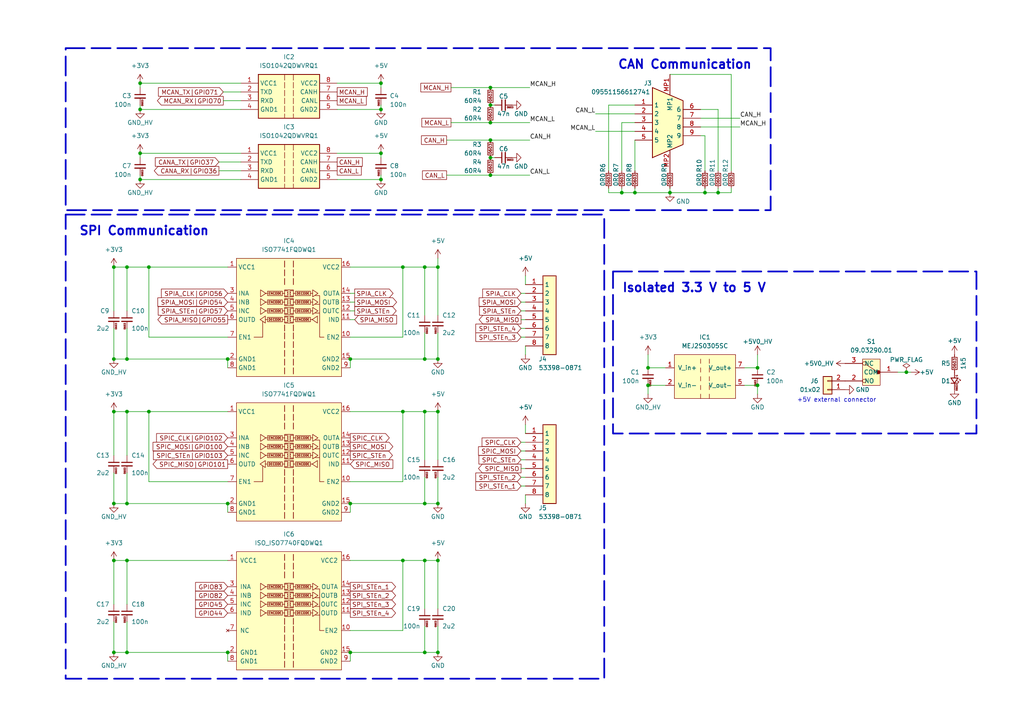
<source format=kicad_sch>
(kicad_sch (version 20230121) (generator eeschema)
  (paper "A4")
  (title_block (title "LCB-CBB-01: Bus_Borad") (date "2024-05-06") (rev "1.0.0") (company "PADERBORN UNIVERSITY DEPARTMENT OF POWER ELECTRONICS AND ELECTRICAL DRIVES"))
  (junction (at 36.83 77.47))
  (junction (at 194.31 55.88))
  (junction (at 123.19 77.47))
  (junction (at 33.02 189.23))
  (junction (at 110.49 31.75))
  (junction (at 33.02 146.05))
  (junction (at 123.19 119.38))
  (junction (at 142.24 30.48))
  (junction (at 110.49 44.45))
  (junction (at 40.64 44.45))
  (junction (at 219.71 111.76))
  (junction (at 127 77.47))
  (junction (at 43.18 119.38))
  (junction (at 127 162.56))
  (junction (at 142.24 25.4))
  (junction (at 127 104.14))
  (junction (at 101.6 104.14))
  (junction (at 262.89 107.95))
  (junction (at 204.47 55.88))
  (junction (at 66.04 189.23))
  (junction (at 127 119.38))
  (junction (at 66.04 146.05))
  (junction (at 123.19 104.14))
  (junction (at 33.02 104.14))
  (junction (at 116.84 77.47))
  (junction (at 142.24 40.64))
  (junction (at 110.49 52.07))
  (junction (at 36.83 146.05))
  (junction (at 127 146.05))
  (junction (at 40.64 52.07))
  (junction (at 40.64 24.13))
  (junction (at 180.34 55.88))
  (junction (at 142.24 45.72))
  (junction (at 116.84 162.56))
  (junction (at 36.83 119.38))
  (junction (at 36.83 189.23))
  (junction (at 43.18 77.47))
  (junction (at 123.19 189.23))
  (junction (at 187.96 111.76))
  (junction (at 40.64 31.75))
  (junction (at 123.19 162.56))
  (junction (at 208.28 55.88))
  (junction (at 101.6 146.05))
  (junction (at 127 189.23))
  (junction (at 142.24 50.8))
  (junction (at 184.15 55.88))
  (junction (at 123.19 146.05))
  (junction (at 219.71 106.68))
  (junction (at 116.84 119.38))
  (junction (at 33.02 162.56))
  (junction (at 36.83 162.56))
  (junction (at 66.04 104.14))
  (junction (at 33.02 77.47))
  (junction (at 142.24 35.56))
  (junction (at 187.96 106.68))
  (junction (at 33.02 119.38))
  (junction (at 36.83 104.14))
  (junction (at 110.49 24.13))
  (junction (at 101.6 189.23))
  (wire (pts (xy 127 176.53) (xy 127 162.56)))
  (wire (pts (xy 101.6 146.05) (xy 101.6 148.59)))
  (wire (pts (xy 116.84 77.47) (xy 116.84 97.79)))
  (wire (pts (xy 110.49 44.45) (xy 110.49 45.72)))
  (wire (pts (xy 130.81 35.56) (xy 142.24 35.56)))
  (wire (pts (xy 36.83 104.14) (xy 66.04 104.14)))
  (wire (pts (xy 36.83 146.05) (xy 66.04 146.05)))
  (wire (pts (xy 123.19 96.52) (xy 123.19 104.14)))
  (wire (pts (xy 40.64 44.45) (xy 69.85 44.45)))
  (wire (pts (xy 180.34 55.88) (xy 176.53 55.88)))
  (wire (pts (xy 142.24 35.56) (xy 153.67 35.56)))
  (wire (pts (xy 184.15 54.61) (xy 184.15 55.88)))
  (wire (pts (xy 187.96 111.76) (xy 193.04 111.76)))
  (wire (pts (xy 184.15 55.88) (xy 194.31 55.88)))
  (wire (pts (xy 97.79 24.13) (xy 110.49 24.13)))
  (wire (pts (xy 180.34 54.61) (xy 180.34 55.88)))
  (wire (pts (xy 151.13 138.43) (xy 152.4 138.43)))
  (wire (pts (xy 208.28 31.75) (xy 208.28 49.53)))
  (wire (pts (xy 116.84 162.56) (xy 123.19 162.56)))
  (wire (pts (xy 36.83 162.56) (xy 66.04 162.56)))
  (wire (pts (xy 184.15 40.64) (xy 184.15 49.53)))
  (wire (pts (xy 262.89 107.95) (xy 260.35 107.95)))
  (wire (pts (xy 43.18 77.47) (xy 66.04 77.47)))
  (wire (pts (xy 176.53 54.61) (xy 176.53 55.88)))
  (wire (pts (xy 101.6 139.7) (xy 116.84 139.7)))
  (wire (pts (xy 264.16 107.95) (xy 262.89 107.95)))
  (wire (pts (xy 33.02 77.47) (xy 36.83 77.47)))
  (wire (pts (xy 123.19 119.38) (xy 123.19 133.35)))
  (wire (pts (xy 123.19 138.43) (xy 123.19 146.05)))
  (wire (pts (xy 101.6 106.68) (xy 101.6 104.14)))
  (wire (pts (xy 102.87 85.09) (xy 101.6 85.09)))
  (wire (pts (xy 172.72 33.02) (xy 184.15 33.02)))
  (wire (pts (xy 40.64 31.75) (xy 69.85 31.75)))
  (wire (pts (xy 63.5 46.99) (xy 69.85 46.99)))
  (wire (pts (xy 219.71 102.87) (xy 219.71 106.68)))
  (wire (pts (xy 142.24 50.8) (xy 153.67 50.8)))
  (wire (pts (xy 63.5 49.53) (xy 69.85 49.53)))
  (wire (pts (xy 36.83 77.47) (xy 43.18 77.47)))
  (wire (pts (xy 127 74.93) (xy 127 77.47)))
  (wire (pts (xy 212.09 21.59) (xy 212.09 49.53)))
  (wire (pts (xy 203.2 34.29) (xy 214.63 34.29)))
  (wire (pts (xy 123.19 104.14) (xy 127 104.14)))
  (wire (pts (xy 33.02 119.38) (xy 36.83 119.38)))
  (wire (pts (xy 187.96 114.3) (xy 187.96 111.76)))
  (wire (pts (xy 123.19 146.05) (xy 127 146.05)))
  (wire (pts (xy 152.4 146.05) (xy 152.4 143.51)))
  (wire (pts (xy 33.02 146.05) (xy 33.02 137.16)))
  (wire (pts (xy 66.04 139.7) (xy 43.18 139.7)))
  (wire (pts (xy 142.24 25.4) (xy 153.67 25.4)))
  (wire (pts (xy 172.72 38.1) (xy 184.15 38.1)))
  (wire (pts (xy 212.09 55.88) (xy 208.28 55.88)))
  (wire (pts (xy 180.34 35.56) (xy 180.34 49.53)))
  (wire (pts (xy 101.6 97.79) (xy 116.84 97.79)))
  (wire (pts (xy 130.81 25.4) (xy 142.24 25.4)))
  (wire (pts (xy 40.64 24.13) (xy 69.85 24.13)))
  (wire (pts (xy 66.04 189.23) (xy 66.04 191.77)))
  (wire (pts (xy 151.13 135.89) (xy 152.4 135.89)))
  (wire (pts (xy 212.09 54.61) (xy 212.09 55.88)))
  (wire (pts (xy 110.49 50.8) (xy 110.49 52.07)))
  (wire (pts (xy 203.2 36.83) (xy 214.63 36.83)))
  (wire (pts (xy 110.49 31.75) (xy 97.79 31.75)))
  (wire (pts (xy 36.83 119.38) (xy 43.18 119.38)))
  (wire (pts (xy 194.31 21.59) (xy 212.09 21.59)))
  (wire (pts (xy 123.19 162.56) (xy 127 162.56)))
  (wire (pts (xy 142.24 40.64) (xy 153.67 40.64)))
  (wire (pts (xy 40.64 45.72) (xy 40.64 44.45)))
  (wire (pts (xy 129.54 40.64) (xy 142.24 40.64)))
  (wire (pts (xy 33.02 146.05) (xy 36.83 146.05)))
  (wire (pts (xy 43.18 119.38) (xy 43.18 139.7)))
  (wire (pts (xy 116.84 77.47) (xy 123.19 77.47)))
  (wire (pts (xy 142.24 45.72) (xy 143.51 45.72)))
  (wire (pts (xy 36.83 175.26) (xy 36.83 162.56)))
  (wire (pts (xy 127 133.35) (xy 127 119.38)))
  (wire (pts (xy 152.4 123.19) (xy 152.4 125.73)))
  (wire (pts (xy 152.4 102.87) (xy 152.4 100.33)))
  (wire (pts (xy 33.02 132.08) (xy 33.02 119.38)))
  (wire (pts (xy 101.6 146.05) (xy 123.19 146.05)))
  (wire (pts (xy 40.64 52.07) (xy 69.85 52.07)))
  (wire (pts (xy 151.13 90.17) (xy 152.4 90.17)))
  (wire (pts (xy 36.83 180.34) (xy 36.83 189.23)))
  (wire (pts (xy 123.19 189.23) (xy 127 189.23)))
  (wire (pts (xy 194.31 54.61) (xy 194.31 55.88)))
  (wire (pts (xy 123.19 162.56) (xy 123.19 176.53)))
  (wire (pts (xy 110.49 52.07) (xy 97.79 52.07)))
  (wire (pts (xy 43.18 119.38) (xy 66.04 119.38)))
  (wire (pts (xy 101.6 189.23) (xy 101.6 191.77)))
  (wire (pts (xy 116.84 162.56) (xy 116.84 182.88)))
  (wire (pts (xy 204.47 39.37) (xy 203.2 39.37)))
  (wire (pts (xy 123.19 77.47) (xy 127 77.47)))
  (wire (pts (xy 123.19 77.47) (xy 123.19 91.44)))
  (wire (pts (xy 66.04 146.05) (xy 66.04 148.59)))
  (wire (pts (xy 66.04 97.79) (xy 43.18 97.79)))
  (wire (pts (xy 187.96 106.68) (xy 193.04 106.68)))
  (wire (pts (xy 127 189.23) (xy 127 181.61)))
  (wire (pts (xy 127 146.05) (xy 127 138.43)))
  (wire (pts (xy 219.71 111.76) (xy 219.71 114.3)))
  (wire (pts (xy 151.13 97.79) (xy 152.4 97.79)))
  (wire (pts (xy 176.53 49.53) (xy 176.53 30.48)))
  (wire (pts (xy 40.64 25.4) (xy 40.64 24.13)))
  (wire (pts (xy 40.64 30.48) (xy 40.64 31.75)))
  (wire (pts (xy 194.31 55.88) (xy 204.47 55.88)))
  (wire (pts (xy 101.6 182.88) (xy 116.84 182.88)))
  (wire (pts (xy 33.02 104.14) (xy 36.83 104.14)))
  (wire (pts (xy 33.02 175.26) (xy 33.02 162.56)))
  (wire (pts (xy 151.13 92.71) (xy 152.4 92.71)))
  (wire (pts (xy 142.24 30.48) (xy 143.51 30.48)))
  (wire (pts (xy 102.87 92.71) (xy 101.6 92.71)))
  (wire (pts (xy 176.53 30.48) (xy 184.15 30.48)))
  (wire (pts (xy 151.13 87.63) (xy 152.4 87.63)))
  (wire (pts (xy 123.19 119.38) (xy 127 119.38)))
  (wire (pts (xy 36.83 95.25) (xy 36.83 104.14)))
  (wire (pts (xy 33.02 189.23) (xy 36.83 189.23)))
  (wire (pts (xy 127 104.14) (xy 127 96.52)))
  (wire (pts (xy 36.83 132.08) (xy 36.83 119.38)))
  (wire (pts (xy 116.84 119.38) (xy 123.19 119.38)))
  (wire (pts (xy 219.71 106.68) (xy 215.9 106.68)))
  (wire (pts (xy 127 91.44) (xy 127 77.47)))
  (wire (pts (xy 208.28 54.61) (xy 208.28 55.88)))
  (wire (pts (xy 101.6 162.56) (xy 116.84 162.56)))
  (wire (pts (xy 40.64 50.8) (xy 40.64 52.07)))
  (wire (pts (xy 123.19 181.61) (xy 123.19 189.23)))
  (wire (pts (xy 151.13 85.09) (xy 152.4 85.09)))
  (wire (pts (xy 180.34 35.56) (xy 184.15 35.56)))
  (wire (pts (xy 101.6 77.47) (xy 116.84 77.47)))
  (wire (pts (xy 36.83 137.16) (xy 36.83 146.05)))
  (wire (pts (xy 116.84 119.38) (xy 116.84 139.7)))
  (wire (pts (xy 215.9 111.76) (xy 219.71 111.76)))
  (wire (pts (xy 180.34 55.88) (xy 184.15 55.88)))
  (wire (pts (xy 97.79 44.45) (xy 110.49 44.45)))
  (wire (pts (xy 64.77 29.21) (xy 69.85 29.21)))
  (wire (pts (xy 151.13 130.81) (xy 152.4 130.81)))
  (wire (pts (xy 102.87 90.17) (xy 101.6 90.17)))
  (wire (pts (xy 129.54 50.8) (xy 142.24 50.8)))
  (wire (pts (xy 208.28 55.88) (xy 204.47 55.88)))
  (wire (pts (xy 101.6 104.14) (xy 123.19 104.14)))
  (wire (pts (xy 33.02 189.23) (xy 33.02 180.34)))
  (wire (pts (xy 36.83 189.23) (xy 66.04 189.23)))
  (wire (pts (xy 203.2 31.75) (xy 208.28 31.75)))
  (wire (pts (xy 151.13 95.25) (xy 152.4 95.25)))
  (wire (pts (xy 43.18 77.47) (xy 43.18 97.79)))
  (wire (pts (xy 152.4 80.01) (xy 152.4 82.55)))
  (wire (pts (xy 110.49 30.48) (xy 110.49 31.75)))
  (wire (pts (xy 204.47 39.37) (xy 204.47 49.53)))
  (wire (pts (xy 151.13 128.27) (xy 152.4 128.27)))
  (wire (pts (xy 66.04 106.68) (xy 66.04 104.14)))
  (wire (pts (xy 64.77 26.67) (xy 69.85 26.67)))
  (wire (pts (xy 33.02 104.14) (xy 33.02 95.25)))
  (wire (pts (xy 110.49 24.13) (xy 110.49 25.4)))
  (wire (pts (xy 101.6 189.23) (xy 123.19 189.23)))
  (wire (pts (xy 36.83 90.17) (xy 36.83 77.47)))
  (wire (pts (xy 151.13 140.97) (xy 152.4 140.97)))
  (wire (pts (xy 102.87 87.63) (xy 101.6 87.63)))
  (wire (pts (xy 101.6 119.38) (xy 116.84 119.38)))
  (wire (pts (xy 33.02 90.17) (xy 33.02 77.47)))
  (wire (pts (xy 151.13 133.35) (xy 152.4 133.35)))
  (wire (pts (xy 187.96 102.87) (xy 187.96 106.68)))
  (wire (pts (xy 33.02 162.56) (xy 36.83 162.56)))
  (wire (pts (xy 204.47 54.61) (xy 204.47 55.88)))
  (rectangle (start 177.8 78.74) (end 283.21 125.73) (stroke (width 0.5) (type dash)))
  (rectangle (start 19.05 62.23) (end 175.26 196.85) (stroke (width 0.5) (type dash)))
  (rectangle (start 19.05 13.97) (end 223.52 60.96) (stroke (width 0.5) (type dash)))
  (text "CAN Communication\n" (at 179.07 20.32 0) (effects (font (size 2.54 2.54) (thickness 0.508) bold) (justify left bottom)))
  (text "+5V external connector" (at 231.14 116.84 0) (effects (font (size 1.27 1.27)) (justify left bottom)))
  (text "SPI Communication\n" (at 22.86 68.58 0) (effects (font (size 2.54 2.54) (thickness 0.508) bold) (justify left bottom)))
  (text "Isolated 3.3 V to 5 V" (at 180.34 85.09 0) (effects (font (size 2.54 2.54) (thickness 0.508) bold) (justify left bottom)))
  (label "CAN_H" (at 153.67 40.64 0))
  (label "MCAN_H" (at 153.67 25.4 0))
  (label "CAN_L" (at 172.72 33.02 180))
  (label "CAN_H" (at 214.63 34.29 0))
  (label "MCAN_L" (at 172.72 38.1 180))
  (label "MCAN_H" (at 214.63 36.83 0))
  (label "CAN_L" (at 153.67 50.8 0))
  (label "MCAN_L" (at 153.67 35.56 0))
  (global_label "SPIC_MOSI" (shape input) (at 151.13 130.81 180) (property "Intersheetrefs" "${INTERSHEET_REFS}" (effects hide)))
  (global_label "CANA_RX|GPIO36" (shape output) (at 63.5 49.53 180) (property "Intersheetrefs" "${INTERSHEET_REFS}" (effects hide)))
  (global_label "CAN_H" (shape passive) (at 129.54 40.64 180) (property "Intersheetrefs" "${INTERSHEET_REFS}" (effects hide)))
  (global_label "SPI_STEn_1" (shape output) (at 101.6 170.18 0) (property "Intersheetrefs" "${INTERSHEET_REFS}" (effects hide)))
  (global_label "SPIC_MOSI" (shape output) (at 101.6 129.54 0) (property "Intersheetrefs" "${INTERSHEET_REFS}" (effects hide)))
  (global_label "GPIO82" (shape input) (at 66.04 172.72 180) (property "Intersheetrefs" "${INTERSHEET_REFS}" (effects hide)))
  (global_label "SPIA_MOSI|GPIO54" (shape input) (at 66.04 87.63 180) (property "Intersheetrefs" "${INTERSHEET_REFS}" (effects hide)))
  (global_label "SPIC_CLK" (shape output) (at 101.6 127 0) (property "Intersheetrefs" "${INTERSHEET_REFS}" (effects hide)))
  (global_label "MCAN_H" (shape passive) (at 130.81 25.4 180) (property "Intersheetrefs" "${INTERSHEET_REFS}" (effects hide)))
  (global_label "CAN_L" (shape passive) (at 97.79 49.53 0) (property "Intersheetrefs" "${INTERSHEET_REFS}" (effects hide)))
  (global_label "GPIO44" (shape input) (at 66.04 177.8 180) (property "Intersheetrefs" "${INTERSHEET_REFS}" (effects hide)))
  (global_label "CAN_L" (shape passive) (at 129.54 50.8 180) (property "Intersheetrefs" "${INTERSHEET_REFS}" (effects hide)))
  (global_label "MCAN_L" (shape passive) (at 130.81 35.56 180) (property "Intersheetrefs" "${INTERSHEET_REFS}" (effects hide)))
  (global_label "SPIA_STEn|GPIO57" (shape input) (at 66.04 90.17 180) (property "Intersheetrefs" "${INTERSHEET_REFS}" (effects hide)))
  (global_label "SPI_STEn_3" (shape output) (at 101.6 175.26 0) (property "Intersheetrefs" "${INTERSHEET_REFS}" (effects hide)))
  (global_label "CAN_H" (shape passive) (at 97.79 46.99 0) (property "Intersheetrefs" "${INTERSHEET_REFS}" (effects hide)))
  (global_label "SPIA_CLK|GPIO56" (shape input) (at 66.04 85.09 180) (property "Intersheetrefs" "${INTERSHEET_REFS}" (effects hide)))
  (global_label "GPIO83" (shape input) (at 66.04 170.18 180) (property "Intersheetrefs" "${INTERSHEET_REFS}" (effects hide)))
  (global_label "SPIC_CLK" (shape input) (at 151.13 128.27 180) (property "Intersheetrefs" "${INTERSHEET_REFS}" (effects hide)))
  (global_label "SPIC_STEn|GPIO103" (shape input) (at 66.04 132.08 180) (property "Intersheetrefs" "${INTERSHEET_REFS}" (effects hide)))
  (global_label "GPIO45" (shape input) (at 66.04 175.26 180) (property "Intersheetrefs" "${INTERSHEET_REFS}" (effects hide)))
  (global_label "SPIA_MISO|GPIO55" (shape output) (at 66.04 92.71 180) (property "Intersheetrefs" "${INTERSHEET_REFS}" (effects hide)))
  (global_label "SPIA_MOSI" (shape input) (at 151.13 87.63 180) (property "Intersheetrefs" "${INTERSHEET_REFS}" (effects hide)))
  (global_label "SPIA_CLK" (shape input) (at 151.13 85.09 180) (property "Intersheetrefs" "${INTERSHEET_REFS}" (effects hide)))
  (global_label "SPIC_MOSI|GPIO100" (shape input) (at 66.04 129.54 180) (property "Intersheetrefs" "${INTERSHEET_REFS}" (effects hide)))
  (global_label "SPIA_MISO" (shape input) (at 102.87 92.71 0) (property "Intersheetrefs" "${INTERSHEET_REFS}" (effects hide)))
  (global_label "SPIA_STEn" (shape output) (at 102.87 90.17 0) (property "Intersheetrefs" "${INTERSHEET_REFS}" (effects hide)))
  (global_label "MCAN_H" (shape passive) (at 97.79 26.67 0) (property "Intersheetrefs" "${INTERSHEET_REFS}" (effects hide)))
  (global_label "SPIC_MISO" (shape input) (at 101.6 134.62 0) (property "Intersheetrefs" "${INTERSHEET_REFS}" (effects hide)))
  (global_label "SPI_STEn_2" (shape output) (at 101.6 172.72 0) (property "Intersheetrefs" "${INTERSHEET_REFS}" (effects hide)))
  (global_label "SPIA_CLK" (shape output) (at 102.87 85.09 0) (property "Intersheetrefs" "${INTERSHEET_REFS}" (effects hide)))
  (global_label "SPIA_MISO" (shape output) (at 151.13 92.71 180) (property "Intersheetrefs" "${INTERSHEET_REFS}" (effects hide)))
  (global_label "SPI_STEn_3" (shape input) (at 151.13 97.79 180) (property "Intersheetrefs" "${INTERSHEET_REFS}" (effects hide)))
  (global_label "SPI_STEn_1" (shape input) (at 151.13 140.97 180) (property "Intersheetrefs" "${INTERSHEET_REFS}" (effects hide)))
  (global_label "MCAN_TX|GPIO71" (shape input) (at 64.77 26.67 180) (property "Intersheetrefs" "${INTERSHEET_REFS}" (effects hide)))
  (global_label "SPI_STEn_4" (shape output) (at 101.6 177.8 0) (property "Intersheetrefs" "${INTERSHEET_REFS}" (effects hide)))
  (global_label "MCAN_RX|GPIO70" (shape output) (at 64.77 29.21 180) (property "Intersheetrefs" "${INTERSHEET_REFS}" (effects hide)))
  (global_label "SPI_STEn_2" (shape input) (at 151.13 138.43 180) (property "Intersheetrefs" "${INTERSHEET_REFS}" (effects hide)))
  (global_label "SPIC_CLK|GPIO102" (shape input) (at 66.04 127 180) (property "Intersheetrefs" "${INTERSHEET_REFS}" (effects hide)))
  (global_label "SPIC_STEn" (shape output) (at 101.6 132.08 0) (property "Intersheetrefs" "${INTERSHEET_REFS}" (effects hide)))
  (global_label "SPIA_MOSI" (shape output) (at 102.87 87.63 0) (property "Intersheetrefs" "${INTERSHEET_REFS}" (effects hide)))
  (global_label "SPIC_MISO|GPIO101" (shape output) (at 66.04 134.62 180) (property "Intersheetrefs" "${INTERSHEET_REFS}" (effects hide)))
  (global_label "SPIC_STEn" (shape input) (at 151.13 133.35 180) (property "Intersheetrefs" "${INTERSHEET_REFS}" (effects hide)))
  (global_label "CANA_TX|GPIO37" (shape input) (at 63.5 46.99 180) (property "Intersheetrefs" "${INTERSHEET_REFS}" (effects hide)))
  (global_label "SPI_STEn_4" (shape input) (at 151.13 95.25 180) (property "Intersheetrefs" "${INTERSHEET_REFS}" (effects hide)))
  (global_label "SPIC_MISO" (shape output) (at 151.13 135.89 180) (property "Intersheetrefs" "${INTERSHEET_REFS}" (effects hide)))
  (global_label "SPIA_STEn" (shape input) (at 151.13 90.17 180) (property "Intersheetrefs" "${INTERSHEET_REFS}" (effects hide)))
  (global_label "MCAN_L" (shape passive) (at 97.79 29.21 0) (property "Intersheetrefs" "${INTERSHEET_REFS}" (effects hide)))
  (symbol (lib_id "LEA_SymbolLibrary:+3V3") (at 40.64 24.13 0) (unit 1)
    (property "Reference" "#PWR07" (effects hide))
    (property "Value" "+3V3" (at 40.64 19.05 0))
  )
  (symbol (lib_id "LEA_SymbolLibrary:GND") (at 110.49 31.75 0) (unit 1)
    (property "Reference" "#PWR010" (effects hide))
    (property "Value" "GND" (at 110.49 35.56 0))
  )
  (symbol (lib_id "LEA_SymbolLibrary:R_0603__0R0_THICK__1P__75V") (at 176.53 52.07 0) (mirror x) (unit 1)
    (property "Reference" "R6" (at 174.8653 50.0094 90) (effects (justify right)))
    (property "Value" "0R0" (at 174.8441 54.068 90) (effects (justify right)))
    (property "Footprint" "LEA_FootprintLibrary:R_0603" (effects hide))
    (property "manf#" "CRCW06030000Z0EAC" (effects hide))
    (property "Manufacturer" "Vishay" (effects hide))
    (property "mouser#" "71-CRCW06030000Z0EAC" (effects hide))
  )
  (symbol (lib_id "LEA_SymbolLibrary:Conn_01x02") (at 240.03 113.03 180) (unit 1)
    (property "Reference" "J6" (at 236.22 110.49 0))
    (property "Value" "01x02" (at 234.95 113.03 0))
    (property "Footprint" "LEA_FootprintLibrary:PinHeader_1x02_P2.54mm_Vertical" (effects hide))
    (property "Datasheet" "https://www.mouser.de/datasheet/2/181/M20-999-1218971.pdf" (effects hide))
    (property "Manufacturer" "Harwin" (effects hide))
    (property "mouser#" "855-M20-9990245" (effects hide))
    (property "manf#" "M20-9990245" (effects hide))
    (property "Sim.Enable" "0" (effects hide))
  )
  (symbol (lib_id "LEA_SymbolLibrary:SW_09.03290.01") (at 252.73 107.95 0) (mirror y) (unit 1)
    (property "Reference" "S1" (at 252.73 99.06 0))
    (property "Value" "09.03290.01" (at 252.73 101.6 0))
    (property "Footprint" "LEA_FootprintLibrary:090329001" (effects hide))
    (property "Datasheet" "https://www.mouser.co.uk/datasheet/2/628/EAO_1K2%20data%20sheet-1216079.pdf" (effects hide))
    (property "Mouser#" "123-09.03290.01" (effects hide))
    (property "Manufacturer" "EAO" (effects hide))
    (property "manf#" "09.03290.01" (effects hide))
    (property "mouser#" "123-09.03290.01" (effects hide))
  )
  (symbol (lib_id "LEA_SymbolLibrary:ISO_ISO7740FQDWQ1") (at 83.82 173.99 0) (unit 1)
    (property "Reference" "IC6" (at 83.82 154.94 0))
    (property "Value" "ISO_ISO7740FQDWQ1" (at 83.82 157.48 0))
    (property "Footprint" "LEA_FootprintLibrary:SOIC127P1030X265-16N" (effects hide))
    (property "Datasheet" "https://www.ti.com/lit/ds/symlink/iso7741-q1.pdf?ts=1637972753620&ref_url=https%253A%252F%252Fwww.ti.com%252Fproduct%252FISO7741-Q1" (effects hide))
    (property "Manufacturer" "Texas Instruments" (effects hide))
    (property "mouser#" "595-ISO7740FQDWQ1" (effects hide))
    (property "manf#" "ISO7740FQDWQ1" (effects hide))
  )
  (symbol (lib_id "LEA_SymbolLibrary:C_0603__2u2_X5R_10P__35V") (at 127 93.98 0) (unit 1)
    (property "Reference" "C12" (at 128.27 91.44 0) (effects (justify left)))
    (property "Value" "2u2" (at 128.27 96.52 0) (effects (justify left)))
    (property "Footprint" "LEA_FootprintLibrary:C_0603" (effects hide))
    (property "manf#" "C1608X5R1V225K" (effects hide))
    (property "Manufacturer" "TDK" (effects hide))
    (property "mouser#" "810-C1608X5R1V225K" (effects hide))
  )
  (symbol (lib_id "LEA_SymbolLibrary:Conn_sub-D_09551156612741") (at 194.31 35.56 90) (unit 1)
    (property "Reference" "J3" (at 186.69 24.13 90) (effects (justify right)))
    (property "Value" "09551156612741" (at 171.45 26.67 90) (effects (justify right)))
    (property "Footprint" "LEA_FootprintLibrary:Conn_Sub-D_09551156612741" (effects hide))
    (property "Datasheet" "https://b2b.harting.com/files/download/PRD/PDF_TS/0955115X61X_100236642DRW001C.pdf" (effects hide))
    (property "mouser#" "617-09551156612741" (effects hide))
    (property "Manufacturer" "HARTING" (effects hide))
    (property "manf#" "09551156612741" (effects hide))
  )
  (symbol (lib_id "LEA_SymbolLibrary:C_0603_100n_X5R_10P__50V") (at 36.83 92.71 0) (unit 1)
    (property "Reference" "C10" (at 38.1 90.17 0) (effects (justify left)))
    (property "Value" "100n" (at 38.1 95.25 0) (effects (justify left)))
    (property "Footprint" "LEA_FootprintLibrary:C_0603" (effects hide))
    (property "manf#" "C1608X5R1H104K" (effects hide))
    (property "Manufacturer" "TDK" (effects hide))
    (property "mouser#" "810-C1608X5R1H104K" (effects hide))
  )
  (symbol (lib_id "LEA_SymbolLibrary:C_0603_100n_X5R_10P__50V") (at 110.49 48.26 0) (unit 1)
    (property "Reference" "C8" (at 113.03 48.1104 0) (effects (justify left)))
    (property "Value" "100n" (at 113.03 50.6504 0) (effects (justify left)))
    (property "Footprint" "LEA_FootprintLibrary:C_0603" (effects hide))
    (property "manf#" "C1608X5R1H104K" (effects hide))
    (property "Manufacturer" "TDK" (effects hide))
    (property "mouser#" "810-C1608X5R1H104K" (effects hide))
  )
  (symbol (lib_id "LEA_SymbolLibrary:R_0603__1k5_THICK__1P__75V") (at 276.86 105.41 0) (unit 1)
    (property "Reference" "R5" (at 274.32 105.41 0))
    (property "Value" "1k5" (at 279.4 105.41 90))
    (property "Footprint" "LEA_FootprintLibrary:R_0603" (effects hide))
    (property "manf#" "CRCW06031K50FKEAC" (effects hide))
    (property "Manufacturer" "Vishay" (effects hide))
    (property "mouser#" "71-CRCW06031K50FKEAC" (effects hide))
  )
  (symbol (lib_id "LEA_SymbolLibrary:R_0603__0R0_THICK__1P__75V") (at 208.28 52.07 0) (mirror x) (unit 1)
    (property "Reference" "R11" (at 206.6153 50.0094 90) (effects (justify right)))
    (property "Value" "0R0" (at 206.5941 54.068 90) (effects (justify right)))
    (property "Footprint" "LEA_FootprintLibrary:R_0603" (effects hide))
    (property "manf#" "CRCW06030000Z0EAC" (effects hide))
    (property "Manufacturer" "Vishay" (effects hide))
    (property "mouser#" "71-CRCW06030000Z0EAC" (effects hide))
  )
  (symbol (lib_id "LEA_SymbolLibrary:C_0603_100n_X5R_10P__50V") (at 187.96 109.22 0) (mirror y) (unit 1)
    (property "Reference" "C1" (at 185.5587 107.9479 0) (effects (justify left)))
    (property "Value" "100n" (at 185.42 110.49 0) (effects (justify left)))
    (property "Footprint" "LEA_FootprintLibrary:C_0603" (effects hide))
    (property "manf#" "C1608X5R1H104K" (effects hide))
    (property "Manufacturer" "TDK" (effects hide))
    (property "mouser#" "810-C1608X5R1H104K" (effects hide))
  )
  (symbol (lib_id "LEA_SymbolLibrary:GND_HV") (at 33.02 146.05 0) (unit 1)
    (property "Reference" "#PWR025" (effects hide))
    (property "Value" "GND_HV" (at 33.02 149.86 0))
  )
  (symbol (lib_id "LEA_SymbolLibrary:+3V3") (at 40.64 44.45 0) (unit 1)
    (property "Reference" "#PWR014" (effects hide))
    (property "Value" "+3V3" (at 40.64 39.37 0))
  )
  (symbol (lib_id "LEA_SymbolLibrary:C_0603__47n_X7R_10P__50V") (at 146.05 45.72 90) (unit 1)
    (property "Reference" "C6" (at 146.05 43.18 90))
    (property "Value" "47n" (at 146.05 48.26 90))
    (property "Footprint" "LEA_FootprintLibrary:C_0603" (effects hide))
    (property "Datasheet" "https://www.mouser.de/datasheet/2/281/1/GCM188R71H473KA55_01A-3144223.pdf" (effects hide))
    (property "manf#" "GCM188R71H473K55D" (effects hide))
    (property "Manufacturer" "murata" (effects hide))
    (property "mouser#" "81-GCM188R71H473K55D" (effects hide))
  )
  (symbol (lib_id "LEA_SymbolLibrary:R_0603__0R0_THICK__1P__75V") (at 212.09 52.07 0) (mirror x) (unit 1)
    (property "Reference" "R12" (at 210.4253 50.0094 90) (effects (justify right)))
    (property "Value" "0R0" (at 210.4041 54.068 90) (effects (justify right)))
    (property "Footprint" "LEA_FootprintLibrary:R_0603" (effects hide))
    (property "manf#" "CRCW06030000Z0EAC" (effects hide))
    (property "Manufacturer" "Vishay" (effects hide))
    (property "mouser#" "71-CRCW06030000Z0EAC" (effects hide))
  )
  (symbol (lib_id "LEA_SymbolLibrary:GND") (at 148.59 45.72 90) (unit 1)
    (property "Reference" "#PWR013" (effects hide))
    (property "Value" "GND" (at 151.13 48.26 90))
  )
  (symbol (lib_id "LEA_SymbolLibrary:C_0603__2u2_X5R_10P__35V") (at 33.02 177.8 0) (mirror y) (unit 1)
    (property "Reference" "C17" (at 31.75 175.26 0) (effects (justify left)))
    (property "Value" "2u2" (at 31.75 180.34 0) (effects (justify left)))
    (property "Footprint" "LEA_FootprintLibrary:C_0603" (effects hide))
    (property "manf#" "C1608X5R1V225K" (effects hide))
    (property "Manufacturer" "TDK" (effects hide))
    (property "mouser#" "810-C1608X5R1V225K" (effects hide))
  )
  (symbol (lib_id "LEA_SymbolLibrary:GND") (at 148.59 30.48 90) (unit 1)
    (property "Reference" "#PWR011" (effects hide))
    (property "Value" "GND" (at 151.13 33.02 90))
  )
  (symbol (lib_id "LEA_SymbolLibrary:C_0603_100n_X5R_10P__50V") (at 40.64 27.94 0) (mirror y) (unit 1)
    (property "Reference" "C3" (at 38.1 27.7904 0) (effects (justify left)))
    (property "Value" "100n" (at 38.1 30.3304 0) (effects (justify left)))
    (property "Footprint" "LEA_FootprintLibrary:C_0603" (effects hide))
    (property "manf#" "C1608X5R1H104K" (effects hide))
    (property "Manufacturer" "TDK" (effects hide))
    (property "mouser#" "810-C1608X5R1H104K" (effects hide))
  )
  (symbol (lib_id "LEA_SymbolLibrary:GND") (at 245.11 113.03 90) (unit 1)
    (property "Reference" "#PWR031" (effects hide))
    (property "Value" "GND" (at 250.19 113.03 90))
  )
  (symbol (lib_id "LEA_SymbolLibrary:Conn_molex_533980871") (at 158.75 91.44 0) (unit 1)
    (property "Reference" "J4" (at 156.21 104.14 0) (effects (justify left)))
    (property "Value" "53398-0871" (at 156.21 106.68 0) (effects (justify left)))
    (property "Footprint" "LEA_FootprintLibrary:Conn_Molex_533980871" (effects hide))
    (property "Datasheet" "http://www.molex.com/webdocs/datasheets/pdf/en-us/0533980871_PCB_HEADERS.pdf" (effects hide))
    (property "mouser#" "538-53398-0871" (effects hide))
    (property "Manufacturer" "Molex" (effects hide))
    (property "manf#" "53398-0871" (effects hide))
  )
  (symbol (lib_id "LEA_SymbolLibrary:+3V3") (at 187.96 102.87 0) (unit 1)
    (property "Reference" "#PWR03" (effects hide))
    (property "Value" "+3V3" (at 187.96 97.79 0))
  )
  (symbol (lib_id "LEA_SymbolLibrary:C_0603_100n_X5R_10P__50V") (at 123.19 93.98 0) (mirror y) (unit 1)
    (property "Reference" "C11" (at 121.92 91.44 0) (effects (justify left)))
    (property "Value" "100n" (at 121.92 96.52 0) (effects (justify left)))
    (property "Footprint" "LEA_FootprintLibrary:C_0603" (effects hide))
    (property "manf#" "C1608X5R1H104K" (effects hide))
    (property "Manufacturer" "TDK" (effects hide))
    (property "mouser#" "810-C1608X5R1H104K" (effects hide))
  )
  (symbol (lib_id "LEA_SymbolLibrary:+5V") (at 152.4 123.19 0) (unit 1)
    (property "Reference" "#PWR028" (effects hide))
    (property "Value" "+5V" (at 152.4 118.11 0))
  )
  (symbol (lib_id "LEA_SymbolLibrary:R_0603__0R0_THICK__1P__75V") (at 194.31 52.07 0) (mirror x) (unit 1)
    (property "Reference" "R9" (at 192.6453 50.0094 90) (effects (justify right)))
    (property "Value" "0R0" (at 192.6241 54.068 90) (effects (justify right)))
    (property "Footprint" "LEA_FootprintLibrary:R_0603" (effects hide))
    (property "manf#" "CRCW06030000Z0EAC" (effects hide))
    (property "Manufacturer" "Vishay" (effects hide))
    (property "mouser#" "71-CRCW06030000Z0EAC" (effects hide))
  )
  (symbol (lib_id "LEA_SymbolLibrary:+5V") (at 264.16 107.95 270) (mirror x) (unit 1)
    (property "Reference" "#PWR04" (effects hide))
    (property "Value" "+5V" (at 266.7 107.95 90) (effects (justify left)))
  )
  (symbol (lib_id "LEA_SymbolLibrary:GND") (at 152.4 146.05 0) (unit 1)
    (property "Reference" "#PWR029" (effects hide))
    (property "Value" "GND" (at 152.4 149.86 0))
  )
  (symbol (lib_id "LEA_SymbolLibrary:C_0603_100n_X5R_10P__50V") (at 36.83 177.8 0) (unit 1)
    (property "Reference" "C18" (at 38.1 175.26 0) (effects (justify left)))
    (property "Value" "100n" (at 38.1 180.34 0) (effects (justify left)))
    (property "Footprint" "LEA_FootprintLibrary:C_0603" (effects hide))
    (property "manf#" "C1608X5R1H104K" (effects hide))
    (property "Manufacturer" "TDK" (effects hide))
    (property "mouser#" "810-C1608X5R1H104K" (effects hide))
  )
  (symbol (lib_id "LEA_SymbolLibrary:C_0603__2u2_X5R_10P__35V") (at 127 135.89 0) (unit 1)
    (property "Reference" "C16" (at 128.27 133.35 0) (effects (justify left)))
    (property "Value" "2u2" (at 128.27 138.43 0) (effects (justify left)))
    (property "Footprint" "LEA_FootprintLibrary:C_0603" (effects hide))
    (property "manf#" "C1608X5R1V225K" (effects hide))
    (property "Manufacturer" "TDK" (effects hide))
    (property "mouser#" "810-C1608X5R1V225K" (effects hide))
  )
  (symbol (lib_id "LEA_SymbolLibrary:ISO_ISO7741FQDWQ1") (at 83.82 134.62 0) (unit 1)
    (property "Reference" "IC5" (at 83.82 111.76 0))
    (property "Value" "ISO7741FQDWQ1" (at 83.82 114.3 0))
    (property "Footprint" "LEA_FootprintLibrary:SOIC127P1030X265-16N" (effects hide))
    (property "Datasheet" "http://www.ti.com/lit/gpn/iso7741-q1" (effects hide))
    (property "mouser#" "595-ISO7741FQDWQ1" (effects hide))
    (property "Manufacturer" "Texas Instruments" (effects hide))
    (property "manf#" "ISO7741FQDWQ1" (effects hide))
  )
  (symbol (lib_id "LEA_SymbolLibrary:R_0603_60R4_THICK_0.5P_150V") (at 142.24 27.94 0) (mirror x) (unit 1)
    (property "Reference" "R1" (at 139.7 26.67 0) (effects (justify right)))
    (property "Value" "60R4" (at 139.7 29.21 0) (effects (justify right)))
    (property "Footprint" "LEA_FootprintLibrary:R_0603" (effects hide))
    (property "Datasheet" "https://www.mouser.de/datasheet/2/348/ROHM_S_A0011075102_1-2563252.pdf" (effects hide))
    (property "Manufacturer" "ROHM Semiconductor" (effects hide))
    (property "manf#" "ESR03EZPD60R4" (effects hide))
    (property "mouser#" "755-ESR03EZPD60R4" (effects hide))
  )
  (symbol (lib_id "power:PWR_FLAG") (at 262.89 107.95 0) (unit 1)
    (property "Reference" "#FLG03" (effects hide))
    (property "Value" "PWR_FLAG" (at 262.89 104.3455 0))
  )
  (symbol (lib_id "LEA_SymbolLibrary:+5V0_HV") (at 219.71 102.87 0) (unit 1)
    (property "Reference" "#PWR038" (effects hide))
    (property "Value" "+5V0_HV" (at 219.71 99.06 0))
  )
  (symbol (lib_id "LEA_SymbolLibrary:C_0603_100n_X5R_10P__50V") (at 36.83 134.62 0) (unit 1)
    (property "Reference" "C14" (at 38.1 132.08 0) (effects (justify left)))
    (property "Value" "100n" (at 38.1 137.16 0) (effects (justify left)))
    (property "Footprint" "LEA_FootprintLibrary:C_0603" (effects hide))
    (property "manf#" "C1608X5R1H104K" (effects hide))
    (property "Manufacturer" "TDK" (effects hide))
    (property "mouser#" "810-C1608X5R1H104K" (effects hide))
  )
  (symbol (lib_id "LEA_SymbolLibrary:Conn_molex_533980871") (at 158.75 134.62 0) (unit 1)
    (property "Reference" "J5" (at 156.21 147.32 0) (effects (justify left)))
    (property "Value" "53398-0871" (at 156.21 149.86 0) (effects (justify left)))
    (property "Footprint" "LEA_FootprintLibrary:Conn_Molex_533980871" (effects hide))
    (property "Datasheet" "http://www.molex.com/webdocs/datasheets/pdf/en-us/0533980871_PCB_HEADERS.pdf" (effects hide))
    (property "mouser#" "538-53398-0871" (effects hide))
    (property "Manufacturer" "Molex" (effects hide))
    (property "manf#" "53398-0871" (effects hide))
  )
  (symbol (lib_id "LEA_SymbolLibrary:ISO_ISO1042QDWVRQ1") (at 83.82 27.94 0) (unit 1)
    (property "Reference" "IC2" (at 83.82 16.51 0))
    (property "Value" "ISO1042QDWVRQ1" (at 83.82 19.05 0))
    (property "Footprint" "LEA_FootprintLibrary:SOIC127P1150X280-8N" (effects hide))
    (property "Datasheet" "http://www.ti.com/lit/gpn/ISO1042-Q1" (effects hide))
    (property "mouser#" "595-ISO1042QDWVRQ1" (effects hide))
    (property "Manufacturer" "Texas Instruments" (effects hide))
    (property "manf#" "ISO1042QDWVRQ1" (effects hide))
  )
  (symbol (lib_id "LEA_SymbolLibrary:GND") (at 110.49 52.07 0) (unit 1)
    (property "Reference" "#PWR017" (effects hide))
    (property "Value" "GND" (at 110.49 55.88 0))
  )
  (symbol (lib_id "LEA_SymbolLibrary:R_0603_60R4_THICK_0.5P_150V") (at 142.24 43.18 0) (mirror x) (unit 1)
    (property "Reference" "R3" (at 139.7 41.91 0) (effects (justify right)))
    (property "Value" "60R4" (at 139.7 44.45 0) (effects (justify right)))
    (property "Footprint" "LEA_FootprintLibrary:R_0603" (effects hide))
    (property "Datasheet" "https://www.mouser.de/datasheet/2/348/ROHM_S_A0011075102_1-2563252.pdf" (effects hide))
    (property "Manufacturer" "ROHM Semiconductor" (effects hide))
    (property "manf#" "ESR03EZPD60R4" (effects hide))
    (property "mouser#" "755-ESR03EZPD60R4" (effects hide))
  )
  (symbol (lib_id "LEA_SymbolLibrary:GND_HV") (at 40.64 52.07 0) (unit 1)
    (property "Reference" "#PWR016" (effects hide))
    (property "Value" "GND_HV" (at 40.64 55.88 0))
  )
  (symbol (lib_id "LEA_SymbolLibrary:GND_HV") (at 187.96 114.3 0) (unit 1)
    (property "Reference" "#PWR05" (effects hide))
    (property "Value" "GND_HV" (at 187.96 118.11 0))
  )
  (symbol (lib_id "LEA_SymbolLibrary:+5V") (at 152.4 80.01 0) (unit 1)
    (property "Reference" "#PWR020" (effects hide))
    (property "Value" "+5V" (at 152.4 74.93 0))
  )
  (symbol (lib_id "LEA_SymbolLibrary:GND") (at 127 104.14 0) (unit 1)
    (property "Reference" "#PWR023" (effects hide))
    (property "Value" "GND" (at 127 107.95 0))
  )
  (symbol (lib_id "LEA_SymbolLibrary:+5V") (at 110.49 24.13 0) (unit 1)
    (property "Reference" "#PWR08" (effects hide))
    (property "Value" "+5V" (at 110.49 19.05 0))
  )
  (symbol (lib_id "LEA_SymbolLibrary:ISO_ISO1042QDWVRQ1") (at 83.82 48.26 0) (unit 1)
    (property "Reference" "IC3" (at 83.82 36.83 0))
    (property "Value" "ISO1042QDWVRQ1" (at 83.82 39.37 0))
    (property "Footprint" "LEA_FootprintLibrary:SOIC127P1150X280-8N" (effects hide))
    (property "Datasheet" "http://www.ti.com/lit/gpn/ISO1042-Q1" (effects hide))
    (property "mouser#" "595-ISO1042QDWVRQ1" (effects hide))
    (property "Manufacturer" "Texas Instruments" (effects hide))
    (property "manf#" "ISO1042QDWVRQ1" (effects hide))
  )
  (symbol (lib_id "LEA_SymbolLibrary:GND") (at 152.4 102.87 0) (unit 1)
    (property "Reference" "#PWR021" (effects hide))
    (property "Value" "GND" (at 152.4 106.68 0))
  )
  (symbol (lib_id "LEA_SymbolLibrary:GND_HV") (at 33.02 189.23 0) (unit 1)
    (property "Reference" "#PWR035" (effects hide))
    (property "Value" "GND_HV" (at 33.02 193.04 0))
  )
  (symbol (lib_id "LEA_SymbolLibrary:+5V") (at 127 162.56 0) (unit 1)
    (property "Reference" "#PWR036" (effects hide))
    (property "Value" "+5V" (at 127 157.48 0))
  )
  (symbol (lib_id "LEA_SymbolLibrary:C_0603_100n_X5R_10P__50V") (at 40.64 48.26 0) (mirror y) (unit 1)
    (property "Reference" "C7" (at 38.1 48.1104 0) (effects (justify left)))
    (property "Value" "100n" (at 38.1 50.6504 0) (effects (justify left)))
    (property "Footprint" "LEA_FootprintLibrary:C_0603" (effects hide))
    (property "manf#" "C1608X5R1H104K" (effects hide))
    (property "Manufacturer" "TDK" (effects hide))
    (property "mouser#" "810-C1608X5R1H104K" (effects hide))
  )
  (symbol (lib_id "LEA_SymbolLibrary:C_0603_100n_X5R_10P__50V") (at 219.71 109.22 0) (unit 1)
    (property "Reference" "C2" (at 222.25 107.95 0) (effects (justify left)))
    (property "Value" "100n" (at 222.25 110.49 0) (effects (justify left)))
    (property "Footprint" "LEA_FootprintLibrary:C_0603" (effects hide))
    (property "manf#" "C1608X5R1H104K" (effects hide))
    (property "Manufacturer" "TDK" (effects hide))
    (property "mouser#" "810-C1608X5R1H104K" (effects hide))
  )
  (symbol (lib_id "LEA_SymbolLibrary:C_0603__2u2_X5R_10P__35V") (at 33.02 134.62 0) (mirror y) (unit 1)
    (property "Reference" "C13" (at 31.75 132.08 0) (effects (justify left)))
    (property "Value" "2u2" (at 31.75 137.16 0) (effects (justify left)))
    (property "Footprint" "LEA_FootprintLibrary:C_0603" (effects hide))
    (property "manf#" "C1608X5R1V225K" (effects hide))
    (property "Manufacturer" "TDK" (effects hide))
    (property "mouser#" "810-C1608X5R1V225K" (effects hide))
  )
  (symbol (lib_id "LEA_SymbolLibrary:GND") (at 127 146.05 0) (unit 1)
    (property "Reference" "#PWR027" (effects hide))
    (property "Value" "GND" (at 127 149.86 0))
  )
  (symbol (lib_id "LEA_SymbolLibrary:GND_HV") (at 33.02 104.14 0) (unit 1)
    (property "Reference" "#PWR022" (effects hide))
    (property "Value" "GND_HV" (at 33.02 107.95 0))
  )
  (symbol (lib_id "LEA_SymbolLibrary:R_0603__0R0_THICK__1P__75V") (at 180.34 52.07 0) (mirror x) (unit 1)
    (property "Reference" "R7" (at 178.6753 50.0094 90) (effects (justify right)))
    (property "Value" "0R0" (at 178.6541 54.068 90) (effects (justify right)))
    (property "Footprint" "LEA_FootprintLibrary:R_0603" (effects hide))
    (property "manf#" "CRCW06030000Z0EAC" (effects hide))
    (property "Manufacturer" "Vishay" (effects hide))
    (property "mouser#" "71-CRCW06030000Z0EAC" (effects hide))
  )
  (symbol (lib_id "LEA_SymbolLibrary:ISO_ISO7741FQDWQ1") (at 83.82 92.71 0) (unit 1)
    (property "Reference" "IC4" (at 83.82 69.85 0))
    (property "Value" "ISO7741FQDWQ1" (at 83.82 72.39 0))
    (property "Footprint" "LEA_FootprintLibrary:SOIC127P1030X265-16N" (effects hide))
    (property "Datasheet" "http://www.ti.com/lit/gpn/iso7741-q1" (effects hide))
    (property "mouser#" "595-ISO7741FQDWQ1" (effects hide))
    (property "Manufacturer" "Texas Instruments" (effects hide))
    (property "manf#" "ISO7741FQDWQ1" (effects hide))
  )
  (symbol (lib_id "LEA_SymbolLibrary:C_0603_100n_X5R_10P__50V") (at 110.49 27.94 0) (unit 1)
    (property "Reference" "C4" (at 113.03 27.7904 0) (effects (justify left)))
    (property "Value" "100n" (at 113.03 30.3304 0) (effects (justify left)))
    (property "Footprint" "LEA_FootprintLibrary:C_0603" (effects hide))
    (property "manf#" "C1608X5R1H104K" (effects hide))
    (property "Manufacturer" "TDK" (effects hide))
    (property "mouser#" "810-C1608X5R1H104K" (effects hide))
  )
  (symbol (lib_id "LEA_SymbolLibrary:+3V3") (at 33.02 77.47 0) (unit 1)
    (property "Reference" "#PWR018" (effects hide))
    (property "Value" "+3V3" (at 33.02 72.39 0))
  )
  (symbol (lib_id "LEA_SymbolLibrary:GND") (at 219.71 114.3 0) (unit 1)
    (property "Reference" "#PWR06" (effects hide))
    (property "Value" "GND" (at 219.71 118.11 0))
  )
  (symbol (lib_id "LEA_SymbolLibrary:+3V3") (at 33.02 162.56 0) (unit 1)
    (property "Reference" "#PWR034" (effects hide))
    (property "Value" "+3V3" (at 33.02 157.48 0))
  )
  (symbol (lib_id "LEA_SymbolLibrary:GND") (at 127 189.23 0) (unit 1)
    (property "Reference" "#PWR037" (effects hide))
    (property "Value" "GND" (at 127 193.04 0))
  )
  (symbol (lib_id "LEA_SymbolLibrary:+5V") (at 127 119.38 0) (unit 1)
    (property "Reference" "#PWR026" (effects hide))
    (property "Value" "+5V" (at 127 114.3 0))
  )
  (symbol (lib_id "LEA_SymbolLibrary:GND") (at 194.31 55.88 0) (unit 1)
    (property "Reference" "#PWR012" (effects hide))
    (property "Value" "GND" (at 198.12 58.42 0))
  )
  (symbol (lib_id "LEA_SymbolLibrary:+5V") (at 127 74.93 0) (unit 1)
    (property "Reference" "#PWR019" (effects hide))
    (property "Value" "+5V" (at 127 69.85 0))
  )
  (symbol (lib_id "LEA_SymbolLibrary:+3V3") (at 33.02 119.38 0) (unit 1)
    (property "Reference" "#PWR024" (effects hide))
    (property "Value" "+3V3" (at 33.02 114.3 0))
  )
  (symbol (lib_id "LEA_SymbolLibrary:DCDC_3V3_5V0_MEJ2S0305SC") (at 204.47 110.49 0) (unit 1)
    (property "Reference" "IC1" (at 204.47 97.79 0))
    (property "Value" "MEJ2S0305SC" (at 204.47 100.33 0))
    (property "Footprint" "LEA_FootprintLibrary:SIP-7_Murata_MEJ1S0305SC" (effects hide))
    (property "Datasheet" "https://eu.mouser.com/datasheet/2/281/1/kdc_mej2-2941219.pdf" (effects hide))
    (property "Manufacturer" "Murata" (effects hide))
    (property "mouser#" "580-MEJ2S0305SC" (effects hide))
    (property "manf#" "MEJ2S0305SC" (effects hide))
  )
  (symbol (lib_id "LEA_SymbolLibrary:C_0603__2u2_X5R_10P__35V") (at 127 179.07 0) (unit 1)
    (property "Reference" "C20" (at 128.27 176.53 0) (effects (justify left)))
    (property "Value" "2u2" (at 128.27 181.61 0) (effects (justify left)))
    (property "Footprint" "LEA_FootprintLibrary:C_0603" (effects hide))
    (property "manf#" "C1608X5R1V225K" (effects hide))
    (property "Manufacturer" "TDK" (effects hide))
    (property "mouser#" "810-C1608X5R1V225K" (effects hide))
  )
  (symbol (lib_id "LEA_SymbolLibrary:C_0603_100n_X5R_10P__50V") (at 123.19 179.07 0) (mirror y) (unit 1)
    (property "Reference" "C19" (at 121.92 176.53 0) (effects (justify left)))
    (property "Value" "100n" (at 121.92 181.61 0) (effects (justify left)))
    (property "Footprint" "LEA_FootprintLibrary:C_0603" (effects hide))
    (property "manf#" "C1608X5R1H104K" (effects hide))
    (property "Manufacturer" "TDK" (effects hide))
    (property "mouser#" "810-C1608X5R1H104K" (effects hide))
  )
  (symbol (lib_id "LEA_SymbolLibrary:+5V") (at 110.49 44.45 0) (unit 1)
    (property "Reference" "#PWR015" (effects hide))
    (property "Value" "+5V" (at 110.49 39.37 0))
  )
  (symbol (lib_id "LEA_SymbolLibrary:+5V") (at 276.86 102.87 0) (unit 1)
    (property "Reference" "#PWR032" (effects hide))
    (property "Value" "+5V" (at 274.7905 98.8363 0) (effects (justify left)))
  )
  (symbol (lib_id "LEA_SymbolLibrary:LED_0603_G_2mA_APTD1608LCGCK ") (at 276.86 110.49 270) (mirror x) (unit 1)
    (property "Reference" "D1" (at 274.32 110.49 90))
    (property "Value" "2mA" (effects hide))
    (property "Footprint" "LEA_FootprintLibrary:LED_0603_G" (effects hide))
    (property "Datasheet" "https://www.mouser.de/datasheet/2/216/APTD1608LCGCK-1102124.pdf" (effects hide))
    (property "Manufacturer" "Kingbright" (effects hide))
    (property "mouser#" "604-APTD1608LCGCK" (effects hide))
    (property "manf#" "APTD1608LCGCK" (effects hide))
  )
  (symbol (lib_id "LEA_SymbolLibrary:C_0603__47n_X7R_10P__50V") (at 146.05 30.48 90) (unit 1)
    (property "Reference" "C5" (at 146.05 27.94 90))
    (property "Value" "47n" (at 146.05 33.02 90))
    (property "Footprint" "LEA_FootprintLibrary:C_0603" (effects hide))
    (property "Datasheet" "https://www.mouser.de/datasheet/2/281/1/GCM188R71H473KA55_01A-3144223.pdf" (effects hide))
    (property "manf#" "GCM188R71H473K55D" (effects hide))
    (property "Manufacturer" "murata" (effects hide))
    (property "mouser#" "81-GCM188R71H473K55D" (effects hide))
  )
  (symbol (lib_id "LEA_SymbolLibrary:GND") (at 276.86 113.03 0) (unit 1)
    (property "Reference" "#PWR033" (effects hide))
    (property "Value" "GND" (at 276.86 116.84 0))
  )
  (symbol (lib_id "LEA_SymbolLibrary:C_0603_100n_X5R_10P__50V") (at 123.19 135.89 0) (mirror y) (unit 1)
    (property "Reference" "C15" (at 121.92 133.35 0) (effects (justify left)))
    (property "Value" "100n" (at 121.92 138.43 0) (effects (justify left)))
    (property "Footprint" "LEA_FootprintLibrary:C_0603" (effects hide))
    (property "manf#" "C1608X5R1H104K" (effects hide))
    (property "Manufacturer" "TDK" (effects hide))
    (property "mouser#" "810-C1608X5R1H104K" (effects hide))
  )
  (symbol (lib_id "LEA_SymbolLibrary:R_0603_60R4_THICK_0.5P_150V") (at 142.24 48.26 0) (mirror x) (unit 1)
    (property "Reference" "R4" (at 139.7 46.99 0) (effects (justify right)))
    (property "Value" "60R4" (at 139.7 49.53 0) (effects (justify right)))
    (property "Footprint" "LEA_FootprintLibrary:R_0603" (effects hide))
    (property "Datasheet" "https://www.mouser.de/datasheet/2/348/ROHM_S_A0011075102_1-2563252.pdf" (effects hide))
    (property "Manufacturer" "ROHM Semiconductor" (effects hide))
    (property "manf#" "ESR03EZPD60R4" (effects hide))
    (property "mouser#" "755-ESR03EZPD60R4" (effects hide))
  )
  (symbol (lib_id "LEA_SymbolLibrary:C_0603__2u2_X5R_10P__35V") (at 33.02 92.71 0) (mirror y) (unit 1)
    (property "Reference" "C9" (at 31.75 90.17 0) (effects (justify left)))
    (property "Value" "2u2" (at 31.75 95.25 0) (effects (justify left)))
    (property "Footprint" "LEA_FootprintLibrary:C_0603" (effects hide))
    (property "manf#" "C1608X5R1V225K" (effects hide))
    (property "Manufacturer" "TDK" (effects hide))
    (property "mouser#" "810-C1608X5R1V225K" (effects hide))
  )
  (symbol (lib_id "LEA_SymbolLibrary:R_0603__0R0_THICK__1P__75V") (at 184.15 52.07 0) (mirror x) (unit 1)
    (property "Reference" "R8" (at 182.4853 50.0094 90) (effects (justify right)))
    (property "Value" "0R0" (at 182.4641 54.068 90) (effects (justify right)))
    (property "Footprint" "LEA_FootprintLibrary:R_0603" (effects hide))
    (property "manf#" "CRCW06030000Z0EAC" (effects hide))
    (property "Manufacturer" "Vishay" (effects hide))
    (property "mouser#" "71-CRCW06030000Z0EAC" (effects hide))
  )
  (symbol (lib_id "LEA_SymbolLibrary:R_0603__0R0_THICK__1P__75V") (at 204.47 52.07 0) (mirror x) (unit 1)
    (property "Reference" "R10" (at 202.8053 50.0094 90) (effects (justify right)))
    (property "Value" "0R0" (at 202.7841 54.068 90) (effects (justify right)))
    (property "Footprint" "LEA_FootprintLibrary:R_0603" (effects hide))
    (property "manf#" "CRCW06030000Z0EAC" (effects hide))
    (property "Manufacturer" "Vishay" (effects hide))
    (property "mouser#" "71-CRCW06030000Z0EAC" (effects hide))
  )
  (symbol (lib_id "LEA_SymbolLibrary:+5V0_HV") (at 245.11 105.41 90) (mirror x) (unit 1)
    (property "Reference" "#PWR030" (effects hide))
    (property "Value" "+5V0_HV" (at 237.49 105.41 90))
  )
  (symbol (lib_id "LEA_SymbolLibrary:R_0603_60R4_THICK_0.5P_150V") (at 142.24 33.02 0) (mirror x) (unit 1)
    (property "Reference" "R2" (at 139.7 31.75 0) (effects (justify right)))
    (property "Value" "60R4" (at 139.7 34.29 0) (effects (justify right)))
    (property "Footprint" "LEA_FootprintLibrary:R_0603" (effects hide))
    (property "Datasheet" "https://www.mouser.de/datasheet/2/348/ROHM_S_A0011075102_1-2563252.pdf" (effects hide))
    (property "Manufacturer" "ROHM Semiconductor" (effects hide))
    (property "manf#" "ESR03EZPD60R4" (effects hide))
    (property "mouser#" "755-ESR03EZPD60R4" (effects hide))
  )
  (symbol (lib_id "LEA_SymbolLibrary:GND_HV") (at 40.64 31.75 0) (unit 1)
    (property "Reference" "#PWR09" (effects hide))
    (property "Value" "GND_HV" (at 40.64 35.56 0))
  )
)
</source>
